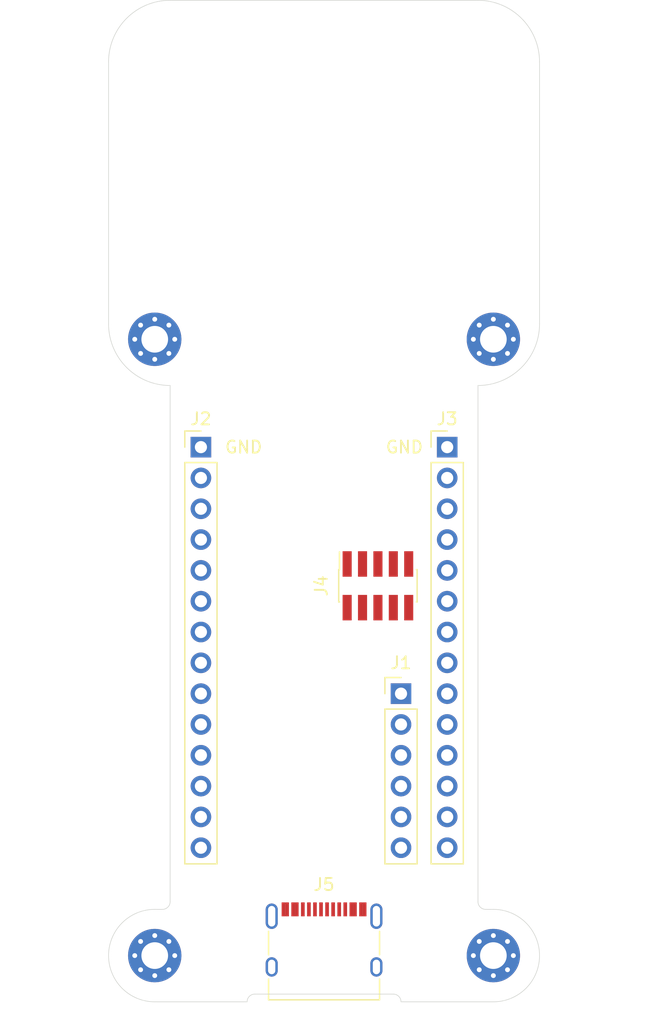
<source format=kicad_pcb>
(kicad_pcb (version 20171130) (host pcbnew 5.1.5)

  (general
    (thickness 1.6)
    (drawings 24)
    (tracks 0)
    (zones 0)
    (modules 9)
    (nets 61)
  )

  (page A4)
  (layers
    (0 F.Cu signal)
    (31 B.Cu signal)
    (32 B.Adhes user)
    (33 F.Adhes user)
    (34 B.Paste user)
    (35 F.Paste user)
    (36 B.SilkS user)
    (37 F.SilkS user)
    (38 B.Mask user)
    (39 F.Mask user)
    (40 Dwgs.User user)
    (41 Cmts.User user)
    (42 Eco1.User user)
    (43 Eco2.User user)
    (44 Edge.Cuts user)
    (45 Margin user)
    (46 B.CrtYd user)
    (47 F.CrtYd user)
    (48 B.Fab user)
    (49 F.Fab user)
  )

  (setup
    (last_trace_width 0.25)
    (trace_clearance 0.2)
    (zone_clearance 0.508)
    (zone_45_only no)
    (trace_min 0.2)
    (via_size 0.8)
    (via_drill 0.4)
    (via_min_size 0.4)
    (via_min_drill 0.3)
    (uvia_size 0.3)
    (uvia_drill 0.1)
    (uvias_allowed no)
    (uvia_min_size 0.2)
    (uvia_min_drill 0.1)
    (edge_width 0.05)
    (segment_width 0.2)
    (pcb_text_width 0.3)
    (pcb_text_size 1.5 1.5)
    (mod_edge_width 0.12)
    (mod_text_size 1 1)
    (mod_text_width 0.15)
    (pad_size 2.1 0.75)
    (pad_drill 0)
    (pad_to_mask_clearance 0.051)
    (solder_mask_min_width 0.25)
    (aux_axis_origin 0 0)
    (grid_origin 142.24 129.54)
    (visible_elements FFFFFF7F)
    (pcbplotparams
      (layerselection 0x010fc_ffffffff)
      (usegerberextensions false)
      (usegerberattributes false)
      (usegerberadvancedattributes false)
      (creategerberjobfile false)
      (excludeedgelayer true)
      (linewidth 0.100000)
      (plotframeref false)
      (viasonmask false)
      (mode 1)
      (useauxorigin false)
      (hpglpennumber 1)
      (hpglpenspeed 20)
      (hpglpendiameter 15.000000)
      (psnegative false)
      (psa4output false)
      (plotreference true)
      (plotvalue true)
      (plotinvisibletext false)
      (padsonsilk false)
      (subtractmaskfromsilk false)
      (outputformat 1)
      (mirror false)
      (drillshape 1)
      (scaleselection 1)
      (outputdirectory ""))
  )

  (net 0 "")
  (net 1 "Net-(J1-Pad1)")
  (net 2 "Net-(J1-Pad2)")
  (net 3 "Net-(J1-Pad3)")
  (net 4 "Net-(J1-Pad4)")
  (net 5 "Net-(J1-Pad5)")
  (net 6 "Net-(J1-Pad6)")
  (net 7 "Net-(J2-Pad14)")
  (net 8 "Net-(J2-Pad13)")
  (net 9 "Net-(J2-Pad12)")
  (net 10 "Net-(J2-Pad11)")
  (net 11 "Net-(J2-Pad10)")
  (net 12 "Net-(J2-Pad9)")
  (net 13 "Net-(J2-Pad8)")
  (net 14 "Net-(J2-Pad7)")
  (net 15 "Net-(J2-Pad6)")
  (net 16 "Net-(J2-Pad5)")
  (net 17 "Net-(J2-Pad4)")
  (net 18 "Net-(J2-Pad3)")
  (net 19 "Net-(J2-Pad2)")
  (net 20 "Net-(J2-Pad1)")
  (net 21 "Net-(J3-Pad1)")
  (net 22 "Net-(J3-Pad2)")
  (net 23 "Net-(J3-Pad3)")
  (net 24 "Net-(J3-Pad4)")
  (net 25 "Net-(J3-Pad5)")
  (net 26 "Net-(J3-Pad6)")
  (net 27 "Net-(J3-Pad7)")
  (net 28 "Net-(J3-Pad8)")
  (net 29 "Net-(J3-Pad9)")
  (net 30 "Net-(J3-Pad10)")
  (net 31 "Net-(J3-Pad11)")
  (net 32 "Net-(J3-Pad12)")
  (net 33 "Net-(J3-Pad13)")
  (net 34 "Net-(J3-Pad14)")
  (net 35 "Net-(J4-Pad1)")
  (net 36 "Net-(J4-Pad2)")
  (net 37 "Net-(J4-Pad3)")
  (net 38 "Net-(J4-Pad4)")
  (net 39 "Net-(J4-Pad5)")
  (net 40 "Net-(J4-Pad6)")
  (net 41 "Net-(J4-Pad7)")
  (net 42 "Net-(J4-Pad8)")
  (net 43 "Net-(J4-Pad9)")
  (net 44 "Net-(J4-Pad10)")
  (net 45 "Net-(J5-PadB1)")
  (net 46 "Net-(J5-PadB4)")
  (net 47 "Net-(J5-PadB5)")
  (net 48 "Net-(J5-PadA8)")
  (net 49 "Net-(J5-PadB6)")
  (net 50 "Net-(J5-PadA7)")
  (net 51 "Net-(J5-PadA6)")
  (net 52 "Net-(J5-PadB7)")
  (net 53 "Net-(J5-PadA5)")
  (net 54 "Net-(J5-PadB8)")
  (net 55 "Net-(J5-PadA4)")
  (net 56 "Net-(J5-PadA1)")
  (net 57 "Net-(J5-PadB12)")
  (net 58 "Net-(J5-PadB9)")
  (net 59 "Net-(J5-PadA9)")
  (net 60 "Net-(J5-PadA12)")

  (net_class Default "This is the default net class."
    (clearance 0.2)
    (trace_width 0.25)
    (via_dia 0.8)
    (via_drill 0.4)
    (uvia_dia 0.3)
    (uvia_drill 0.1)
    (add_net "Net-(J1-Pad1)")
    (add_net "Net-(J1-Pad2)")
    (add_net "Net-(J1-Pad3)")
    (add_net "Net-(J1-Pad4)")
    (add_net "Net-(J1-Pad5)")
    (add_net "Net-(J1-Pad6)")
    (add_net "Net-(J2-Pad1)")
    (add_net "Net-(J2-Pad10)")
    (add_net "Net-(J2-Pad11)")
    (add_net "Net-(J2-Pad12)")
    (add_net "Net-(J2-Pad13)")
    (add_net "Net-(J2-Pad14)")
    (add_net "Net-(J2-Pad2)")
    (add_net "Net-(J2-Pad3)")
    (add_net "Net-(J2-Pad4)")
    (add_net "Net-(J2-Pad5)")
    (add_net "Net-(J2-Pad6)")
    (add_net "Net-(J2-Pad7)")
    (add_net "Net-(J2-Pad8)")
    (add_net "Net-(J2-Pad9)")
    (add_net "Net-(J3-Pad1)")
    (add_net "Net-(J3-Pad10)")
    (add_net "Net-(J3-Pad11)")
    (add_net "Net-(J3-Pad12)")
    (add_net "Net-(J3-Pad13)")
    (add_net "Net-(J3-Pad14)")
    (add_net "Net-(J3-Pad2)")
    (add_net "Net-(J3-Pad3)")
    (add_net "Net-(J3-Pad4)")
    (add_net "Net-(J3-Pad5)")
    (add_net "Net-(J3-Pad6)")
    (add_net "Net-(J3-Pad7)")
    (add_net "Net-(J3-Pad8)")
    (add_net "Net-(J3-Pad9)")
    (add_net "Net-(J4-Pad1)")
    (add_net "Net-(J4-Pad10)")
    (add_net "Net-(J4-Pad2)")
    (add_net "Net-(J4-Pad3)")
    (add_net "Net-(J4-Pad4)")
    (add_net "Net-(J4-Pad5)")
    (add_net "Net-(J4-Pad6)")
    (add_net "Net-(J4-Pad7)")
    (add_net "Net-(J4-Pad8)")
    (add_net "Net-(J4-Pad9)")
    (add_net "Net-(J5-PadA1)")
    (add_net "Net-(J5-PadA12)")
    (add_net "Net-(J5-PadA4)")
    (add_net "Net-(J5-PadA5)")
    (add_net "Net-(J5-PadA6)")
    (add_net "Net-(J5-PadA7)")
    (add_net "Net-(J5-PadA8)")
    (add_net "Net-(J5-PadA9)")
    (add_net "Net-(J5-PadB1)")
    (add_net "Net-(J5-PadB12)")
    (add_net "Net-(J5-PadB4)")
    (add_net "Net-(J5-PadB5)")
    (add_net "Net-(J5-PadB6)")
    (add_net "Net-(J5-PadB7)")
    (add_net "Net-(J5-PadB8)")
    (add_net "Net-(J5-PadB9)")
  )

  (module MountingHole:MountingHole_2.2mm_M2_Pad_Via (layer F.Cu) (tedit 56DDB9C7) (tstamp 5E6EE15E)
    (at 173.99 74.93)
    (descr "Mounting Hole 2.2mm, M2")
    (tags "mounting hole 2.2mm m2")
    (attr virtual)
    (fp_text reference REF** (at 0 -3.2) (layer F.SilkS) hide
      (effects (font (size 1 1) (thickness 0.15)))
    )
    (fp_text value MountingHole_2.2mm_M2_Pad_Via (at 0 3.2) (layer F.Fab)
      (effects (font (size 1 1) (thickness 0.15)))
    )
    (fp_text user %R (at 0.3 0) (layer F.Fab)
      (effects (font (size 1 1) (thickness 0.15)))
    )
    (fp_circle (center 0 0) (end 2.2 0) (layer Cmts.User) (width 0.15))
    (fp_circle (center 0 0) (end 2.45 0) (layer F.CrtYd) (width 0.05))
    (pad 1 thru_hole circle (at 0 0) (size 4.4 4.4) (drill 2.2) (layers *.Cu *.Mask))
    (pad 1 thru_hole circle (at 1.65 0) (size 0.7 0.7) (drill 0.4) (layers *.Cu *.Mask))
    (pad 1 thru_hole circle (at 1.166726 1.166726) (size 0.7 0.7) (drill 0.4) (layers *.Cu *.Mask))
    (pad 1 thru_hole circle (at 0 1.65) (size 0.7 0.7) (drill 0.4) (layers *.Cu *.Mask))
    (pad 1 thru_hole circle (at -1.166726 1.166726) (size 0.7 0.7) (drill 0.4) (layers *.Cu *.Mask))
    (pad 1 thru_hole circle (at -1.65 0) (size 0.7 0.7) (drill 0.4) (layers *.Cu *.Mask))
    (pad 1 thru_hole circle (at -1.166726 -1.166726) (size 0.7 0.7) (drill 0.4) (layers *.Cu *.Mask))
    (pad 1 thru_hole circle (at 0 -1.65) (size 0.7 0.7) (drill 0.4) (layers *.Cu *.Mask))
    (pad 1 thru_hole circle (at 1.166726 -1.166726) (size 0.7 0.7) (drill 0.4) (layers *.Cu *.Mask))
  )

  (module MountingHole:MountingHole_2.2mm_M2_Pad_Via (layer F.Cu) (tedit 56DDB9C7) (tstamp 5E6EE140)
    (at 146.05 74.93)
    (descr "Mounting Hole 2.2mm, M2")
    (tags "mounting hole 2.2mm m2")
    (attr virtual)
    (fp_text reference REF** (at 0 -3.2) (layer F.SilkS) hide
      (effects (font (size 1 1) (thickness 0.15)))
    )
    (fp_text value MountingHole_2.2mm_M2_Pad_Via (at 0 3.2) (layer F.Fab)
      (effects (font (size 1 1) (thickness 0.15)))
    )
    (fp_circle (center 0 0) (end 2.45 0) (layer F.CrtYd) (width 0.05))
    (fp_circle (center 0 0) (end 2.2 0) (layer Cmts.User) (width 0.15))
    (fp_text user %R (at 0.3 0) (layer F.Fab)
      (effects (font (size 1 1) (thickness 0.15)))
    )
    (pad 1 thru_hole circle (at 1.166726 -1.166726) (size 0.7 0.7) (drill 0.4) (layers *.Cu *.Mask))
    (pad 1 thru_hole circle (at 0 -1.65) (size 0.7 0.7) (drill 0.4) (layers *.Cu *.Mask))
    (pad 1 thru_hole circle (at -1.166726 -1.166726) (size 0.7 0.7) (drill 0.4) (layers *.Cu *.Mask))
    (pad 1 thru_hole circle (at -1.65 0) (size 0.7 0.7) (drill 0.4) (layers *.Cu *.Mask))
    (pad 1 thru_hole circle (at -1.166726 1.166726) (size 0.7 0.7) (drill 0.4) (layers *.Cu *.Mask))
    (pad 1 thru_hole circle (at 0 1.65) (size 0.7 0.7) (drill 0.4) (layers *.Cu *.Mask))
    (pad 1 thru_hole circle (at 1.166726 1.166726) (size 0.7 0.7) (drill 0.4) (layers *.Cu *.Mask))
    (pad 1 thru_hole circle (at 1.65 0) (size 0.7 0.7) (drill 0.4) (layers *.Cu *.Mask))
    (pad 1 thru_hole circle (at 0 0) (size 4.4 4.4) (drill 2.2) (layers *.Cu *.Mask))
  )

  (module MountingHole:MountingHole_2.2mm_M2_Pad_Via (layer F.Cu) (tedit 56DDB9C7) (tstamp 5E6EE122)
    (at 173.99 125.73)
    (descr "Mounting Hole 2.2mm, M2")
    (tags "mounting hole 2.2mm m2")
    (attr virtual)
    (fp_text reference REF** (at 0 -3.2) (layer F.SilkS) hide
      (effects (font (size 1 1) (thickness 0.15)))
    )
    (fp_text value MountingHole_2.2mm_M2_Pad_Via (at 0 3.2) (layer F.Fab)
      (effects (font (size 1 1) (thickness 0.15)))
    )
    (fp_text user %R (at 0.3 0) (layer F.Fab)
      (effects (font (size 1 1) (thickness 0.15)))
    )
    (fp_circle (center 0 0) (end 2.2 0) (layer Cmts.User) (width 0.15))
    (fp_circle (center 0 0) (end 2.45 0) (layer F.CrtYd) (width 0.05))
    (pad 1 thru_hole circle (at 0 0) (size 4.4 4.4) (drill 2.2) (layers *.Cu *.Mask))
    (pad 1 thru_hole circle (at 1.65 0) (size 0.7 0.7) (drill 0.4) (layers *.Cu *.Mask))
    (pad 1 thru_hole circle (at 1.166726 1.166726) (size 0.7 0.7) (drill 0.4) (layers *.Cu *.Mask))
    (pad 1 thru_hole circle (at 0 1.65) (size 0.7 0.7) (drill 0.4) (layers *.Cu *.Mask))
    (pad 1 thru_hole circle (at -1.166726 1.166726) (size 0.7 0.7) (drill 0.4) (layers *.Cu *.Mask))
    (pad 1 thru_hole circle (at -1.65 0) (size 0.7 0.7) (drill 0.4) (layers *.Cu *.Mask))
    (pad 1 thru_hole circle (at -1.166726 -1.166726) (size 0.7 0.7) (drill 0.4) (layers *.Cu *.Mask))
    (pad 1 thru_hole circle (at 0 -1.65) (size 0.7 0.7) (drill 0.4) (layers *.Cu *.Mask))
    (pad 1 thru_hole circle (at 1.166726 -1.166726) (size 0.7 0.7) (drill 0.4) (layers *.Cu *.Mask))
  )

  (module MountingHole:MountingHole_2.2mm_M2_Pad_Via (layer F.Cu) (tedit 56DDB9C7) (tstamp 5E6EDBEB)
    (at 146.05 125.73)
    (descr "Mounting Hole 2.2mm, M2")
    (tags "mounting hole 2.2mm m2")
    (attr virtual)
    (fp_text reference REF** (at 3.175 -3.175) (layer F.SilkS) hide
      (effects (font (size 1 1) (thickness 0.15)))
    )
    (fp_text value MountingHole_2.2mm_M2_Pad_Via (at 0 3.2) (layer F.Fab)
      (effects (font (size 1 1) (thickness 0.15)))
    )
    (fp_circle (center 0 0) (end 2.45 0) (layer F.CrtYd) (width 0.05))
    (fp_circle (center 0 0) (end 2.2 0) (layer Cmts.User) (width 0.15))
    (fp_text user %R (at 0.3 0) (layer F.Fab)
      (effects (font (size 1 1) (thickness 0.15)))
    )
    (pad 1 thru_hole circle (at 1.166726 -1.166726) (size 0.7 0.7) (drill 0.4) (layers *.Cu *.Mask))
    (pad 1 thru_hole circle (at 0 -1.65) (size 0.7 0.7) (drill 0.4) (layers *.Cu *.Mask))
    (pad 1 thru_hole circle (at -1.166726 -1.166726) (size 0.7 0.7) (drill 0.4) (layers *.Cu *.Mask))
    (pad 1 thru_hole circle (at -1.65 0) (size 0.7 0.7) (drill 0.4) (layers *.Cu *.Mask))
    (pad 1 thru_hole circle (at -1.166726 1.166726) (size 0.7 0.7) (drill 0.4) (layers *.Cu *.Mask))
    (pad 1 thru_hole circle (at 0 1.65) (size 0.7 0.7) (drill 0.4) (layers *.Cu *.Mask))
    (pad 1 thru_hole circle (at 1.166726 1.166726) (size 0.7 0.7) (drill 0.4) (layers *.Cu *.Mask))
    (pad 1 thru_hole circle (at 1.65 0) (size 0.7 0.7) (drill 0.4) (layers *.Cu *.Mask))
    (pad 1 thru_hole circle (at 0 0) (size 4.4 4.4) (drill 2.2) (layers *.Cu *.Mask))
  )

  (module Connector_PinHeader_2.54mm:PinHeader_1x06_P2.54mm_Vertical (layer F.Cu) (tedit 59FED5CC) (tstamp 5E6EC594)
    (at 166.37 104.14)
    (descr "Through hole straight pin header, 1x06, 2.54mm pitch, single row")
    (tags "Through hole pin header THT 1x06 2.54mm single row")
    (path /5E6F4549)
    (fp_text reference J1 (at 0 -2.54) (layer F.SilkS)
      (effects (font (size 1 1) (thickness 0.15)))
    )
    (fp_text value Conn_01x06_Male (at 0 15.03) (layer F.Fab)
      (effects (font (size 1 1) (thickness 0.15)))
    )
    (fp_line (start -0.635 -1.27) (end 1.27 -1.27) (layer F.Fab) (width 0.1))
    (fp_line (start 1.27 -1.27) (end 1.27 13.97) (layer F.Fab) (width 0.1))
    (fp_line (start 1.27 13.97) (end -1.27 13.97) (layer F.Fab) (width 0.1))
    (fp_line (start -1.27 13.97) (end -1.27 -0.635) (layer F.Fab) (width 0.1))
    (fp_line (start -1.27 -0.635) (end -0.635 -1.27) (layer F.Fab) (width 0.1))
    (fp_line (start -1.33 14.03) (end 1.33 14.03) (layer F.SilkS) (width 0.12))
    (fp_line (start -1.33 1.27) (end -1.33 14.03) (layer F.SilkS) (width 0.12))
    (fp_line (start 1.33 1.27) (end 1.33 14.03) (layer F.SilkS) (width 0.12))
    (fp_line (start -1.33 1.27) (end 1.33 1.27) (layer F.SilkS) (width 0.12))
    (fp_line (start -1.33 0) (end -1.33 -1.33) (layer F.SilkS) (width 0.12))
    (fp_line (start -1.33 -1.33) (end 0 -1.33) (layer F.SilkS) (width 0.12))
    (fp_line (start -1.8 -1.8) (end -1.8 14.5) (layer F.CrtYd) (width 0.05))
    (fp_line (start -1.8 14.5) (end 1.8 14.5) (layer F.CrtYd) (width 0.05))
    (fp_line (start 1.8 14.5) (end 1.8 -1.8) (layer F.CrtYd) (width 0.05))
    (fp_line (start 1.8 -1.8) (end -1.8 -1.8) (layer F.CrtYd) (width 0.05))
    (fp_text user %R (at 0 6.35 90) (layer F.Fab)
      (effects (font (size 1 1) (thickness 0.15)))
    )
    (pad 1 thru_hole rect (at 0 0) (size 1.7 1.7) (drill 1) (layers *.Cu *.Mask)
      (net 1 "Net-(J1-Pad1)"))
    (pad 2 thru_hole oval (at 0 2.54) (size 1.7 1.7) (drill 1) (layers *.Cu *.Mask)
      (net 2 "Net-(J1-Pad2)"))
    (pad 3 thru_hole oval (at 0 5.08) (size 1.7 1.7) (drill 1) (layers *.Cu *.Mask)
      (net 3 "Net-(J1-Pad3)"))
    (pad 4 thru_hole oval (at 0 7.62) (size 1.7 1.7) (drill 1) (layers *.Cu *.Mask)
      (net 4 "Net-(J1-Pad4)"))
    (pad 5 thru_hole oval (at 0 10.16) (size 1.7 1.7) (drill 1) (layers *.Cu *.Mask)
      (net 5 "Net-(J1-Pad5)"))
    (pad 6 thru_hole oval (at 0 12.7) (size 1.7 1.7) (drill 1) (layers *.Cu *.Mask)
      (net 6 "Net-(J1-Pad6)"))
    (model ${KISYS3DMOD}/Connector_PinHeader_2.54mm.3dshapes/PinHeader_1x06_P2.54mm_Vertical.wrl
      (at (xyz 0 0 0))
      (scale (xyz 1 1 1))
      (rotate (xyz 0 0 0))
    )
  )

  (module Connector_PinHeader_2.54mm:PinHeader_1x14_P2.54mm_Vertical (layer F.Cu) (tedit 59FED5CC) (tstamp 5E6EC5B6)
    (at 149.86 83.82)
    (descr "Through hole straight pin header, 1x14, 2.54mm pitch, single row")
    (tags "Through hole pin header THT 1x14 2.54mm single row")
    (path /5E6F2CE4)
    (fp_text reference J2 (at 0 -2.33) (layer F.SilkS)
      (effects (font (size 1 1) (thickness 0.15)))
    )
    (fp_text value Conn_01x14_Male (at 0 35.35) (layer F.Fab)
      (effects (font (size 1 1) (thickness 0.15)))
    )
    (fp_text user %R (at 0 16.51 90) (layer F.Fab)
      (effects (font (size 1 1) (thickness 0.15)))
    )
    (fp_line (start 1.8 -1.8) (end -1.8 -1.8) (layer F.CrtYd) (width 0.05))
    (fp_line (start 1.8 34.8) (end 1.8 -1.8) (layer F.CrtYd) (width 0.05))
    (fp_line (start -1.8 34.8) (end 1.8 34.8) (layer F.CrtYd) (width 0.05))
    (fp_line (start -1.8 -1.8) (end -1.8 34.8) (layer F.CrtYd) (width 0.05))
    (fp_line (start -1.33 -1.33) (end 0 -1.33) (layer F.SilkS) (width 0.12))
    (fp_line (start -1.33 0) (end -1.33 -1.33) (layer F.SilkS) (width 0.12))
    (fp_line (start -1.33 1.27) (end 1.33 1.27) (layer F.SilkS) (width 0.12))
    (fp_line (start 1.33 1.27) (end 1.33 34.35) (layer F.SilkS) (width 0.12))
    (fp_line (start -1.33 1.27) (end -1.33 34.35) (layer F.SilkS) (width 0.12))
    (fp_line (start -1.33 34.35) (end 1.33 34.35) (layer F.SilkS) (width 0.12))
    (fp_line (start -1.27 -0.635) (end -0.635 -1.27) (layer F.Fab) (width 0.1))
    (fp_line (start -1.27 34.29) (end -1.27 -0.635) (layer F.Fab) (width 0.1))
    (fp_line (start 1.27 34.29) (end -1.27 34.29) (layer F.Fab) (width 0.1))
    (fp_line (start 1.27 -1.27) (end 1.27 34.29) (layer F.Fab) (width 0.1))
    (fp_line (start -0.635 -1.27) (end 1.27 -1.27) (layer F.Fab) (width 0.1))
    (pad 14 thru_hole oval (at 0 33.02) (size 1.7 1.7) (drill 1) (layers *.Cu *.Mask)
      (net 7 "Net-(J2-Pad14)"))
    (pad 13 thru_hole oval (at 0 30.48) (size 1.7 1.7) (drill 1) (layers *.Cu *.Mask)
      (net 8 "Net-(J2-Pad13)"))
    (pad 12 thru_hole oval (at 0 27.94) (size 1.7 1.7) (drill 1) (layers *.Cu *.Mask)
      (net 9 "Net-(J2-Pad12)"))
    (pad 11 thru_hole oval (at 0 25.4) (size 1.7 1.7) (drill 1) (layers *.Cu *.Mask)
      (net 10 "Net-(J2-Pad11)"))
    (pad 10 thru_hole oval (at 0 22.86) (size 1.7 1.7) (drill 1) (layers *.Cu *.Mask)
      (net 11 "Net-(J2-Pad10)"))
    (pad 9 thru_hole oval (at 0 20.32) (size 1.7 1.7) (drill 1) (layers *.Cu *.Mask)
      (net 12 "Net-(J2-Pad9)"))
    (pad 8 thru_hole oval (at 0 17.78) (size 1.7 1.7) (drill 1) (layers *.Cu *.Mask)
      (net 13 "Net-(J2-Pad8)"))
    (pad 7 thru_hole oval (at 0 15.24) (size 1.7 1.7) (drill 1) (layers *.Cu *.Mask)
      (net 14 "Net-(J2-Pad7)"))
    (pad 6 thru_hole oval (at 0 12.7) (size 1.7 1.7) (drill 1) (layers *.Cu *.Mask)
      (net 15 "Net-(J2-Pad6)"))
    (pad 5 thru_hole oval (at 0 10.16) (size 1.7 1.7) (drill 1) (layers *.Cu *.Mask)
      (net 16 "Net-(J2-Pad5)"))
    (pad 4 thru_hole oval (at 0 7.62) (size 1.7 1.7) (drill 1) (layers *.Cu *.Mask)
      (net 17 "Net-(J2-Pad4)"))
    (pad 3 thru_hole oval (at 0 5.08) (size 1.7 1.7) (drill 1) (layers *.Cu *.Mask)
      (net 18 "Net-(J2-Pad3)"))
    (pad 2 thru_hole oval (at 0 2.54) (size 1.7 1.7) (drill 1) (layers *.Cu *.Mask)
      (net 19 "Net-(J2-Pad2)"))
    (pad 1 thru_hole rect (at 0 0) (size 1.7 1.7) (drill 1) (layers *.Cu *.Mask)
      (net 20 "Net-(J2-Pad1)"))
    (model ${KISYS3DMOD}/Connector_PinHeader_2.54mm.3dshapes/PinHeader_1x14_P2.54mm_Vertical.wrl
      (at (xyz 0 0 0))
      (scale (xyz 1 1 1))
      (rotate (xyz 0 0 0))
    )
  )

  (module Connector_PinHeader_2.54mm:PinHeader_1x14_P2.54mm_Vertical (layer F.Cu) (tedit 59FED5CC) (tstamp 5E6EC5D8)
    (at 170.18 83.82)
    (descr "Through hole straight pin header, 1x14, 2.54mm pitch, single row")
    (tags "Through hole pin header THT 1x14 2.54mm single row")
    (path /5E6E6EA5)
    (fp_text reference J3 (at 0 -2.33) (layer F.SilkS)
      (effects (font (size 1 1) (thickness 0.15)))
    )
    (fp_text value Conn_01x14_Male (at 0 35.35) (layer F.Fab)
      (effects (font (size 1 1) (thickness 0.15)))
    )
    (fp_line (start -0.635 -1.27) (end 1.27 -1.27) (layer F.Fab) (width 0.1))
    (fp_line (start 1.27 -1.27) (end 1.27 34.29) (layer F.Fab) (width 0.1))
    (fp_line (start 1.27 34.29) (end -1.27 34.29) (layer F.Fab) (width 0.1))
    (fp_line (start -1.27 34.29) (end -1.27 -0.635) (layer F.Fab) (width 0.1))
    (fp_line (start -1.27 -0.635) (end -0.635 -1.27) (layer F.Fab) (width 0.1))
    (fp_line (start -1.33 34.35) (end 1.33 34.35) (layer F.SilkS) (width 0.12))
    (fp_line (start -1.33 1.27) (end -1.33 34.35) (layer F.SilkS) (width 0.12))
    (fp_line (start 1.33 1.27) (end 1.33 34.35) (layer F.SilkS) (width 0.12))
    (fp_line (start -1.33 1.27) (end 1.33 1.27) (layer F.SilkS) (width 0.12))
    (fp_line (start -1.33 0) (end -1.33 -1.33) (layer F.SilkS) (width 0.12))
    (fp_line (start -1.33 -1.33) (end 0 -1.33) (layer F.SilkS) (width 0.12))
    (fp_line (start -1.8 -1.8) (end -1.8 34.8) (layer F.CrtYd) (width 0.05))
    (fp_line (start -1.8 34.8) (end 1.8 34.8) (layer F.CrtYd) (width 0.05))
    (fp_line (start 1.8 34.8) (end 1.8 -1.8) (layer F.CrtYd) (width 0.05))
    (fp_line (start 1.8 -1.8) (end -1.8 -1.8) (layer F.CrtYd) (width 0.05))
    (fp_text user %R (at 0 16.51 90) (layer F.Fab)
      (effects (font (size 1 1) (thickness 0.15)))
    )
    (pad 1 thru_hole rect (at 0 0) (size 1.7 1.7) (drill 1) (layers *.Cu *.Mask)
      (net 21 "Net-(J3-Pad1)"))
    (pad 2 thru_hole oval (at 0 2.54) (size 1.7 1.7) (drill 1) (layers *.Cu *.Mask)
      (net 22 "Net-(J3-Pad2)"))
    (pad 3 thru_hole oval (at 0 5.08) (size 1.7 1.7) (drill 1) (layers *.Cu *.Mask)
      (net 23 "Net-(J3-Pad3)"))
    (pad 4 thru_hole oval (at 0 7.62) (size 1.7 1.7) (drill 1) (layers *.Cu *.Mask)
      (net 24 "Net-(J3-Pad4)"))
    (pad 5 thru_hole oval (at 0 10.16) (size 1.7 1.7) (drill 1) (layers *.Cu *.Mask)
      (net 25 "Net-(J3-Pad5)"))
    (pad 6 thru_hole oval (at 0 12.7) (size 1.7 1.7) (drill 1) (layers *.Cu *.Mask)
      (net 26 "Net-(J3-Pad6)"))
    (pad 7 thru_hole oval (at 0 15.24) (size 1.7 1.7) (drill 1) (layers *.Cu *.Mask)
      (net 27 "Net-(J3-Pad7)"))
    (pad 8 thru_hole oval (at 0 17.78) (size 1.7 1.7) (drill 1) (layers *.Cu *.Mask)
      (net 28 "Net-(J3-Pad8)"))
    (pad 9 thru_hole oval (at 0 20.32) (size 1.7 1.7) (drill 1) (layers *.Cu *.Mask)
      (net 29 "Net-(J3-Pad9)"))
    (pad 10 thru_hole oval (at 0 22.86) (size 1.7 1.7) (drill 1) (layers *.Cu *.Mask)
      (net 30 "Net-(J3-Pad10)"))
    (pad 11 thru_hole oval (at 0 25.4) (size 1.7 1.7) (drill 1) (layers *.Cu *.Mask)
      (net 31 "Net-(J3-Pad11)"))
    (pad 12 thru_hole oval (at 0 27.94) (size 1.7 1.7) (drill 1) (layers *.Cu *.Mask)
      (net 32 "Net-(J3-Pad12)"))
    (pad 13 thru_hole oval (at 0 30.48) (size 1.7 1.7) (drill 1) (layers *.Cu *.Mask)
      (net 33 "Net-(J3-Pad13)"))
    (pad 14 thru_hole oval (at 0 33.02) (size 1.7 1.7) (drill 1) (layers *.Cu *.Mask)
      (net 34 "Net-(J3-Pad14)"))
    (model ${KISYS3DMOD}/Connector_PinHeader_2.54mm.3dshapes/PinHeader_1x14_P2.54mm_Vertical.wrl
      (at (xyz 0 0 0))
      (scale (xyz 1 1 1))
      (rotate (xyz 0 0 0))
    )
  )

  (module Connector_PinSocket_1.27mm:PinSocket_2x05_P1.27mm_Vertical_SMD (layer F.Cu) (tedit 5A19A429) (tstamp 5E6ECB19)
    (at 164.465 95.25 90)
    (descr "surface-mounted straight socket strip, 2x05, 1.27mm pitch, double cols (from Kicad 4.0.7!), script generated")
    (tags "Surface mounted socket strip SMD 2x05 1.27mm double row")
    (path /5E70B67E)
    (attr smd)
    (fp_text reference J4 (at 0 -4.675 90) (layer F.SilkS)
      (effects (font (size 1 1) (thickness 0.15)))
    )
    (fp_text value Conn_02x05_Odd_Even (at 0 4.675 90) (layer F.Fab) hide
      (effects (font (size 1 1) (thickness 0.15)))
    )
    (fp_text user %R (at 0 0) (layer F.Fab)
      (effects (font (size 1 1) (thickness 0.15)))
    )
    (fp_line (start -3.35 3.65) (end -3.35 -3.7) (layer F.CrtYd) (width 0.05))
    (fp_line (start 3.35 3.65) (end -3.35 3.65) (layer F.CrtYd) (width 0.05))
    (fp_line (start 3.35 -3.7) (end 3.35 3.65) (layer F.CrtYd) (width 0.05))
    (fp_line (start -3.35 -3.7) (end 3.35 -3.7) (layer F.CrtYd) (width 0.05))
    (fp_line (start 2.555 2.74) (end 1.27 2.74) (layer F.Fab) (width 0.1))
    (fp_line (start 2.555 2.34) (end 2.555 2.74) (layer F.Fab) (width 0.1))
    (fp_line (start 1.27 2.34) (end 2.555 2.34) (layer F.Fab) (width 0.1))
    (fp_line (start -2.555 2.74) (end -2.555 2.34) (layer F.Fab) (width 0.1))
    (fp_line (start -1.27 2.74) (end -2.555 2.74) (layer F.Fab) (width 0.1))
    (fp_line (start -2.555 2.34) (end -1.27 2.34) (layer F.Fab) (width 0.1))
    (fp_line (start 2.555 1.47) (end 1.27 1.47) (layer F.Fab) (width 0.1))
    (fp_line (start 2.555 1.07) (end 2.555 1.47) (layer F.Fab) (width 0.1))
    (fp_line (start 1.27 1.07) (end 2.555 1.07) (layer F.Fab) (width 0.1))
    (fp_line (start -2.555 1.47) (end -2.555 1.07) (layer F.Fab) (width 0.1))
    (fp_line (start -1.27 1.47) (end -2.555 1.47) (layer F.Fab) (width 0.1))
    (fp_line (start -2.555 1.07) (end -1.27 1.07) (layer F.Fab) (width 0.1))
    (fp_line (start 2.555 0.2) (end 1.27 0.2) (layer F.Fab) (width 0.1))
    (fp_line (start 2.555 -0.2) (end 2.555 0.2) (layer F.Fab) (width 0.1))
    (fp_line (start 1.27 -0.2) (end 2.555 -0.2) (layer F.Fab) (width 0.1))
    (fp_line (start -2.555 0.2) (end -2.555 -0.2) (layer F.Fab) (width 0.1))
    (fp_line (start -1.27 0.2) (end -2.555 0.2) (layer F.Fab) (width 0.1))
    (fp_line (start -2.555 -0.2) (end -1.27 -0.2) (layer F.Fab) (width 0.1))
    (fp_line (start 2.555 -1.07) (end 1.27 -1.07) (layer F.Fab) (width 0.1))
    (fp_line (start 2.555 -1.47) (end 2.555 -1.07) (layer F.Fab) (width 0.1))
    (fp_line (start 1.27 -1.47) (end 2.555 -1.47) (layer F.Fab) (width 0.1))
    (fp_line (start -2.555 -1.07) (end -2.555 -1.47) (layer F.Fab) (width 0.1))
    (fp_line (start -1.27 -1.07) (end -2.555 -1.07) (layer F.Fab) (width 0.1))
    (fp_line (start -2.555 -1.47) (end -1.27 -1.47) (layer F.Fab) (width 0.1))
    (fp_line (start 2.555 -2.34) (end 1.27 -2.34) (layer F.Fab) (width 0.1))
    (fp_line (start 2.555 -2.74) (end 2.555 -2.34) (layer F.Fab) (width 0.1))
    (fp_line (start 1.27 -2.74) (end 2.555 -2.74) (layer F.Fab) (width 0.1))
    (fp_line (start -2.555 -2.34) (end -2.555 -2.74) (layer F.Fab) (width 0.1))
    (fp_line (start -1.27 -2.34) (end -2.555 -2.34) (layer F.Fab) (width 0.1))
    (fp_line (start -2.555 -2.74) (end -1.27 -2.74) (layer F.Fab) (width 0.1))
    (fp_line (start -1.27 3.175) (end -1.27 -3.175) (layer F.Fab) (width 0.1))
    (fp_line (start 1.27 3.175) (end -1.27 3.175) (layer F.Fab) (width 0.1))
    (fp_line (start 1.27 -2.54) (end 1.27 3.175) (layer F.Fab) (width 0.1))
    (fp_line (start 0.635 -3.175) (end 1.27 -2.54) (layer F.Fab) (width 0.1))
    (fp_line (start -1.27 -3.175) (end 0.635 -3.175) (layer F.Fab) (width 0.1))
    (fp_line (start 1.33 -3.175) (end 2.79 -3.175) (layer F.SilkS) (width 0.12))
    (fp_line (start -1.33 3.175) (end -1.33 3.235) (layer F.SilkS) (width 0.12))
    (fp_line (start -1.33 -3.235) (end -1.33 -3.175) (layer F.SilkS) (width 0.12))
    (fp_line (start -1.33 3.235) (end 1.33 3.235) (layer F.SilkS) (width 0.12))
    (fp_line (start 1.33 3.175) (end 1.33 3.235) (layer F.SilkS) (width 0.12))
    (fp_line (start 1.33 -3.235) (end 1.33 -3.175) (layer F.SilkS) (width 0.12))
    (fp_line (start -1.33 -3.235) (end 1.33 -3.235) (layer F.SilkS) (width 0.12))
    (pad 10 smd rect (at -1.8 2.54 90) (size 2.1 0.75) (layers F.Cu F.Paste F.Mask)
      (net 44 "Net-(J4-Pad10)"))
    (pad 9 smd rect (at 1.8 2.54 90) (size 2.1 0.75) (layers F.Cu F.Paste F.Mask)
      (net 43 "Net-(J4-Pad9)"))
    (pad 8 smd rect (at -1.8 1.27 90) (size 2.1 0.75) (layers F.Cu F.Paste F.Mask)
      (net 42 "Net-(J4-Pad8)"))
    (pad 7 smd rect (at 1.8 1.27 90) (size 2.1 0.75) (layers F.Cu F.Paste F.Mask)
      (net 41 "Net-(J4-Pad7)"))
    (pad 6 smd rect (at -1.8 0 90) (size 2.1 0.75) (layers F.Cu F.Paste F.Mask)
      (net 40 "Net-(J4-Pad6)"))
    (pad 5 smd rect (at 1.8 0 90) (size 2.1 0.75) (layers F.Cu F.Paste F.Mask)
      (net 39 "Net-(J4-Pad5)"))
    (pad 4 smd rect (at -1.8 -1.27 90) (size 2.1 0.75) (layers F.Cu F.Paste F.Mask)
      (net 38 "Net-(J4-Pad4)"))
    (pad 3 smd rect (at 1.8 -1.27 90) (size 2.1 0.75) (layers F.Cu F.Paste F.Mask)
      (net 37 "Net-(J4-Pad3)"))
    (pad 2 smd rect (at -1.8 -2.54 90) (size 2.1 0.75) (layers F.Cu F.Paste F.Mask)
      (net 36 "Net-(J4-Pad2)"))
    (pad 1 smd rect (at 1.8 -2.54 90) (size 2.1 0.75) (layers F.Cu F.Paste F.Mask)
      (net 35 "Net-(J4-Pad1)"))
    (model ${KISYS3DMOD}/Connector_PinSocket_1.27mm.3dshapes/PinSocket_2x05_P1.27mm_Vertical_SMD.wrl
      (at (xyz 0 0 0))
      (scale (xyz 1 1 1))
      (rotate (xyz 0 0 0))
    )
  )

  (module Connector_USB:USB_C_Receptacle_XKB_U262-16XN-4BVC11 (layer F.Cu) (tedit 5E1305FC) (tstamp 5E6ED356)
    (at 160.02 125.59)
    (descr "USB Type C, right-angle, SMT, https://datasheet.lcsc.com/szlcsc/1811141824_XKB-Enterprise-U262-161N-4BVC11_C319148.pdf")
    (tags "USB C Type-C Receptacle SMD")
    (path /5E72C022)
    (attr smd)
    (fp_text reference J5 (at 0 -5.715) (layer F.SilkS)
      (effects (font (size 1 1) (thickness 0.15)))
    )
    (fp_text value CX70M-24P1 (at 0 4.935) (layer F.Fab)
      (effects (font (size 1 1) (thickness 0.15)))
    )
    (fp_line (start -4.58 -1.85) (end -4.58 0.07) (layer F.SilkS) (width 0.12))
    (fp_line (start 4.58 0.07) (end 4.58 -1.85) (layer F.SilkS) (width 0.12))
    (fp_line (start 4.58 2.08) (end 4.58 3.785) (layer F.SilkS) (width 0.12))
    (fp_line (start -4.58 3.785) (end -4.58 2.08) (layer F.SilkS) (width 0.12))
    (fp_line (start 4.58 3.785) (end -4.58 3.785) (layer F.SilkS) (width 0.12))
    (fp_line (start -5.32 -4.75) (end 5.32 -4.75) (layer F.CrtYd) (width 0.05))
    (fp_line (start 5.32 -4.75) (end 5.32 4.18) (layer F.CrtYd) (width 0.05))
    (fp_line (start 5.32 4.18) (end -5.32 4.18) (layer F.CrtYd) (width 0.05))
    (fp_line (start -5.32 4.18) (end -5.32 -4.75) (layer F.CrtYd) (width 0.05))
    (fp_line (start -4.47 -3.675) (end -4.47 3.675) (layer F.Fab) (width 0.1))
    (fp_line (start -4.47 3.675) (end 4.47 3.675) (layer F.Fab) (width 0.1))
    (fp_line (start 4.47 3.675) (end 4.47 -3.675) (layer F.Fab) (width 0.1))
    (fp_line (start -4.47 -3.675) (end 4.47 -3.675) (layer F.Fab) (width 0.1))
    (fp_text user %R (at 0 0) (layer F.Fab)
      (effects (font (size 1 1) (thickness 0.15)))
    )
    (pad S1 thru_hole oval (at -4.32 -3.105) (size 1 2.1) (drill oval 0.6 1.7) (layers *.Cu *.Mask))
    (pad S1 thru_hole oval (at 4.32 -3.105) (size 1 2.1) (drill oval 0.6 1.7) (layers *.Cu *.Mask))
    (pad S1 thru_hole oval (at -4.32 1.075) (size 1 1.6) (drill oval 0.6 1.2) (layers *.Cu *.Mask))
    (pad S1 thru_hole oval (at 4.32 1.075) (size 1 1.6) (drill oval 0.6 1.2) (layers *.Cu *.Mask))
    (pad "" np_thru_hole circle (at 2.89 -2.605) (size 0.65 0.65) (drill 0.65) (layers *.Cu *.Mask))
    (pad "" np_thru_hole circle (at -2.89 -2.605) (size 0.65 0.65) (drill 0.65) (layers *.Cu *.Mask))
    (pad B1 smd rect (at 3.05 -3.67) (size 0.3 1.15) (layers F.Cu F.Paste F.Mask)
      (net 45 "Net-(J5-PadB1)"))
    (pad B4 smd rect (at 2.25 -3.67) (size 0.3 1.15) (layers F.Cu F.Paste F.Mask)
      (net 46 "Net-(J5-PadB4)"))
    (pad B5 smd rect (at 1.75 -3.67) (size 0.3 1.15) (layers F.Cu F.Paste F.Mask)
      (net 47 "Net-(J5-PadB5)"))
    (pad A8 smd rect (at 1.25 -3.67) (size 0.3 1.15) (layers F.Cu F.Paste F.Mask)
      (net 48 "Net-(J5-PadA8)"))
    (pad B6 smd rect (at 0.75 -3.67) (size 0.3 1.15) (layers F.Cu F.Paste F.Mask)
      (net 49 "Net-(J5-PadB6)"))
    (pad A7 smd rect (at 0.25 -3.67) (size 0.3 1.15) (layers F.Cu F.Paste F.Mask)
      (net 50 "Net-(J5-PadA7)"))
    (pad A6 smd rect (at -0.25 -3.67) (size 0.3 1.15) (layers F.Cu F.Paste F.Mask)
      (net 51 "Net-(J5-PadA6)"))
    (pad B7 smd rect (at -0.75 -3.67) (size 0.3 1.15) (layers F.Cu F.Paste F.Mask)
      (net 52 "Net-(J5-PadB7)"))
    (pad A5 smd rect (at -1.25 -3.67) (size 0.3 1.15) (layers F.Cu F.Paste F.Mask)
      (net 53 "Net-(J5-PadA5)"))
    (pad B8 smd rect (at -1.75 -3.67) (size 0.3 1.15) (layers F.Cu F.Paste F.Mask)
      (net 54 "Net-(J5-PadB8)"))
    (pad A4 smd rect (at -2.55 -3.67) (size 0.3 1.15) (layers F.Cu F.Paste F.Mask)
      (net 55 "Net-(J5-PadA4)"))
    (pad A1 smd rect (at -3.35 -3.67) (size 0.3 1.15) (layers F.Cu F.Paste F.Mask)
      (net 56 "Net-(J5-PadA1)"))
    (pad B12 smd rect (at -3.05 -3.67) (size 0.3 1.15) (layers F.Cu F.Paste F.Mask)
      (net 57 "Net-(J5-PadB12)"))
    (pad B9 smd rect (at -2.25 -3.67) (size 0.3 1.15) (layers F.Cu F.Paste F.Mask)
      (net 58 "Net-(J5-PadB9)"))
    (pad A9 smd rect (at 2.55 -3.67) (size 0.3 1.15) (layers F.Cu F.Paste F.Mask)
      (net 59 "Net-(J5-PadA9)"))
    (pad A12 smd rect (at 3.35 -3.67) (size 0.3 1.15) (layers F.Cu F.Paste F.Mask)
      (net 60 "Net-(J5-PadA12)"))
    (model ${KISYS3DMOD}/Connector_USB.3dshapes/USB_C_Receptacle_XKB_U262-16XN-4BVC11.wrl
      (at (xyz 0 0 0))
      (scale (xyz 1 1 1))
      (rotate (xyz 0 0 0))
    )
  )

  (gr_text GND (at 168.275 83.82) (layer F.SilkS) (tstamp 5E6F02E3)
    (effects (font (size 1 1) (thickness 0.15)) (justify right))
  )
  (gr_text GND (at 151.765 83.82) (layer F.SilkS)
    (effects (font (size 1 1) (thickness 0.15)) (justify left))
  )
  (gr_arc (start 146.685 121.285) (end 146.685 121.92) (angle -90) (layer Edge.Cuts) (width 0.05))
  (gr_arc (start 173.355 121.285) (end 172.72 121.285) (angle -90) (layer Edge.Cuts) (width 0.05))
  (gr_line (start 153.67 129.54) (end 146.05 129.54) (layer Edge.Cuts) (width 0.05) (tstamp 5E6EEE76))
  (gr_line (start 166.37 129.54) (end 173.99 129.54) (layer Edge.Cuts) (width 0.05) (tstamp 5E6EEE75))
  (gr_arc (start 154.305 129.54) (end 154.305 128.905) (angle -90) (layer Edge.Cuts) (width 0.05))
  (gr_arc (start 165.735 129.54) (end 166.37 129.54) (angle -90) (layer Edge.Cuts) (width 0.05))
  (gr_line (start 154.305 128.905) (end 165.735 128.905) (layer Edge.Cuts) (width 0.05))
  (gr_line (start 142.24 52.07) (end 142.24 62.23) (layer Edge.Cuts) (width 0.05) (tstamp 5E6EE910))
  (gr_line (start 177.8 52.07) (end 177.8 62.23) (layer Edge.Cuts) (width 0.05) (tstamp 5E6EE90F))
  (gr_line (start 146.685 121.92) (end 146.05 121.92) (layer Edge.Cuts) (width 0.05))
  (gr_arc (start 173.99 125.73) (end 173.99 129.54) (angle -180) (layer Edge.Cuts) (width 0.05))
  (gr_arc (start 146.05 125.73) (end 146.05 121.92) (angle -180) (layer Edge.Cuts) (width 0.05))
  (gr_arc (start 147.32 73.66) (end 142.24 73.66) (angle -90) (layer Edge.Cuts) (width 0.05))
  (gr_arc (start 147.32 52.07) (end 147.32 46.99) (angle -90) (layer Edge.Cuts) (width 0.05))
  (gr_arc (start 172.72 73.66) (end 172.72 78.74) (angle -90) (layer Edge.Cuts) (width 0.05))
  (gr_arc (start 172.72 52.07) (end 177.8 52.07) (angle -90) (layer Edge.Cuts) (width 0.05))
  (gr_line (start 147.32 46.99) (end 172.72 46.99) (layer Edge.Cuts) (width 0.05))
  (gr_line (start 142.24 62.23) (end 142.24 73.66) (layer Edge.Cuts) (width 0.05))
  (gr_line (start 177.8 73.66) (end 177.8 62.23) (layer Edge.Cuts) (width 0.05))
  (gr_line (start 172.72 121.285) (end 172.72 78.74) (layer Edge.Cuts) (width 0.05))
  (gr_line (start 173.99 121.92) (end 173.355 121.92) (layer Edge.Cuts) (width 0.05))
  (gr_line (start 147.32 78.74) (end 147.32 121.285) (layer Edge.Cuts) (width 0.05))

)

</source>
